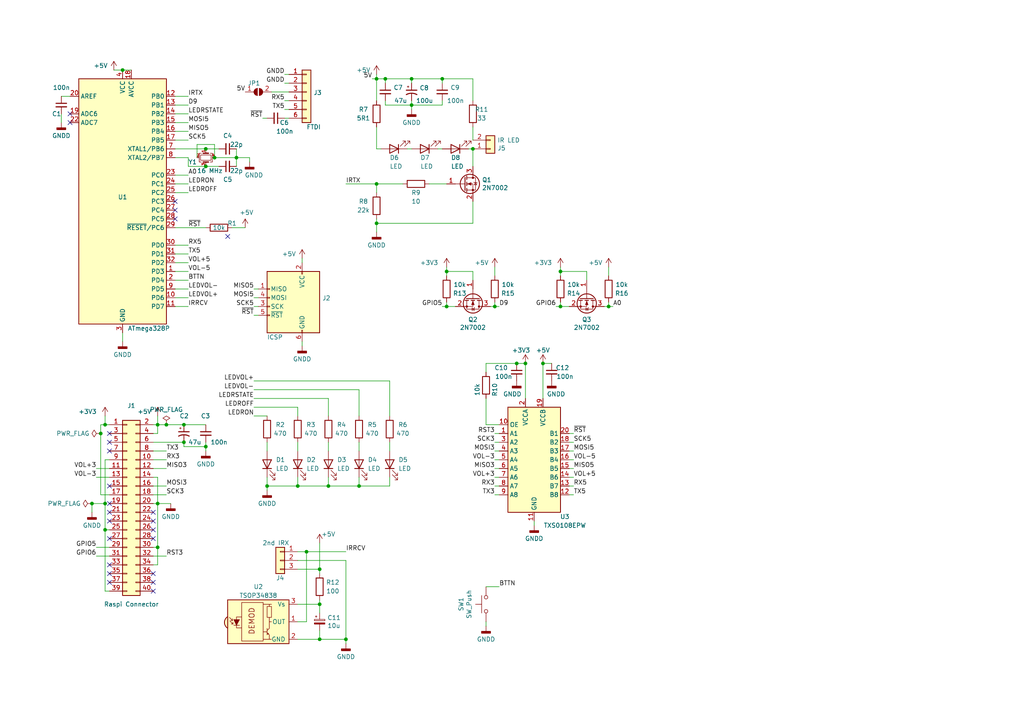
<source format=kicad_sch>
(kicad_sch (version 20230121) (generator eeschema)
  (paper "A4")
  (lib_symbols
    (symbol "Connector:AVR-ISP-6" (pin_names (offset 1.016))
      (property "Reference" "J" (at -6.35 11.43 0))
      (property "Value" "AVR-ISP-6" (at 0 11.43 0))
      (symbol "AVR-ISP-6_1_1"
        (pin passive line (at 10.16 5.08 180) (length 2.54) (name "MISO") (number "1"))
        (pin passive line (at -2.54 12.7 270) (length 2.54) (name "VCC") (number "2"))
        (pin passive line (at 10.16 0 180) (length 2.54) (name "SCK") (number "3"))
        (pin passive line (at 10.16 2.54 180) (length 2.54) (name "MOSI") (number "4"))
        (pin passive line (at 10.16 -2.54 180) (length 2.54) (name "~{RST}") (number "5"))
        (pin passive line (at -2.54 -10.16 90) (length 2.54) (name "GND") (number "6"))
      )
    )
    (symbol "Connector_Generic:Conn_01x02" (pin_names (offset 1.016) hide)
      (property "Reference" "J" (at 0 2.54 0))
      (property "Value" "Conn_01x02" (at 0 -5.08 0))
      (symbol "Conn_01x02_1_1"
        (pin passive line (at -5.08 0 0) (length 3.81) (name "Pin_1") (number "1"))
        (pin passive line (at -5.08 -2.54 0) (length 3.81) (name "Pin_2") (number "2"))
      )
    )
    (symbol "Connector_Generic:Conn_01x03" (pin_names (offset 1.016) hide)
      (property "Reference" "J" (at 0 5.08 0))
      (property "Value" "Conn_01x03" (at 0 -5.08 0))
      (symbol "Conn_01x03_1_1"
        (pin passive line (at -5.08 2.54 0) (length 3.81) (name "Pin_1") (number "1"))
        (pin passive line (at -5.08 0 0) (length 3.81) (name "Pin_2") (number "2"))
        (pin passive line (at -5.08 -2.54 0) (length 3.81) (name "Pin_3") (number "3"))
      )
    )
    (symbol "Connector_Generic:Conn_01x06" (pin_names (offset 1.016) hide)
      (property "Reference" "J" (at 0 7.62 0))
      (property "Value" "Conn_01x06" (at 0 -10.16 0))
      (symbol "Conn_01x06_1_1"
        (pin passive line (at -5.08 5.08 0) (length 3.81) (name "Pin_1") (number "1"))
        (pin passive line (at -5.08 2.54 0) (length 3.81) (name "Pin_2") (number "2"))
        (pin passive line (at -5.08 0 0) (length 3.81) (name "Pin_3") (number "3"))
        (pin passive line (at -5.08 -2.54 0) (length 3.81) (name "Pin_4") (number "4"))
        (pin passive line (at -5.08 -5.08 0) (length 3.81) (name "Pin_5") (number "5"))
        (pin passive line (at -5.08 -7.62 0) (length 3.81) (name "Pin_6") (number "6"))
      )
    )
    (symbol "Connector_Generic:Conn_02x20_Odd_Even" (pin_names (offset 1.016) hide)
      (property "Reference" "J" (at 1.27 25.4 0))
      (property "Value" "Conn_02x20_Odd_Even" (at 1.27 -27.94 0))
      (symbol "Conn_02x20_Odd_Even_1_1"
        (pin passive line (at -5.08 22.86 0) (length 3.81) (name "Pin_1") (number "1"))
        (pin passive line (at 7.62 12.7 180) (length 3.81) (name "Pin_10") (number "10"))
        (pin passive line (at -5.08 10.16 0) (length 3.81) (name "Pin_11") (number "11"))
        (pin passive line (at 7.62 10.16 180) (length 3.81) (name "Pin_12") (number "12"))
        (pin passive line (at -5.08 7.62 0) (length 3.81) (name "Pin_13") (number "13"))
        (pin passive line (at 7.62 7.62 180) (length 3.81) (name "Pin_14") (number "14"))
        (pin passive line (at -5.08 5.08 0) (length 3.81) (name "Pin_15") (number "15"))
        (pin passive line (at 7.62 5.08 180) (length 3.81) (name "Pin_16") (number "16"))
        (pin passive line (at -5.08 2.54 0) (length 3.81) (name "Pin_17") (number "17"))
        (pin passive line (at 7.62 2.54 180) (length 3.81) (name "Pin_18") (number "18"))
        (pin passive line (at -5.08 0 0) (length 3.81) (name "Pin_19") (number "19"))
        (pin passive line (at 7.62 22.86 180) (length 3.81) (name "Pin_2") (number "2"))
        (pin passive line (at 7.62 0 180) (length 3.81) (name "Pin_20") (number "20"))
        (pin passive line (at -5.08 -2.54 0) (length 3.81) (name "Pin_21") (number "21"))
        (pin passive line (at 7.62 -2.54 180) (length 3.81) (name "Pin_22") (number "22"))
        (pin passive line (at -5.08 -5.08 0) (length 3.81) (name "Pin_23") (number "23"))
        (pin passive line (at 7.62 -5.08 180) (length 3.81) (name "Pin_24") (number "24"))
        (pin passive line (at -5.08 -7.62 0) (length 3.81) (name "Pin_25") (number "25"))
        (pin passive line (at 7.62 -7.62 180) (length 3.81) (name "Pin_26") (number "26"))
        (pin passive line (at -5.08 -10.16 0) (length 3.81) (name "Pin_27") (number "27"))
        (pin passive line (at 7.62 -10.16 180) (length 3.81) (name "Pin_28") (number "28"))
        (pin passive line (at -5.08 -12.7 0) (length 3.81) (name "Pin_29") (number "29"))
        (pin passive line (at -5.08 20.32 0) (length 3.81) (name "Pin_3") (number "3"))
        (pin passive line (at 7.62 -12.7 180) (length 3.81) (name "Pin_30") (number "30"))
        (pin passive line (at -5.08 -15.24 0) (length 3.81) (name "Pin_31") (number "31"))
        (pin passive line (at 7.62 -15.24 180) (length 3.81) (name "Pin_32") (number "32"))
        (pin passive line (at -5.08 -17.78 0) (length 3.81) (name "Pin_33") (number "33"))
        (pin passive line (at 7.62 -17.78 180) (length 3.81) (name "Pin_34") (number "34"))
        (pin passive line (at -5.08 -20.32 0) (length 3.81) (name "Pin_35") (number "35"))
        (pin passive line (at 7.62 -20.32 180) (length 3.81) (name "Pin_36") (number "36"))
        (pin passive line (at -5.08 -22.86 0) (length 3.81) (name "Pin_37") (number "37"))
        (pin passive line (at 7.62 -22.86 180) (length 3.81) (name "Pin_38") (number "38"))
        (pin passive line (at -5.08 -25.4 0) (length 3.81) (name "Pin_39") (number "39"))
        (pin passive line (at 7.62 20.32 180) (length 3.81) (name "Pin_4") (number "4"))
        (pin passive line (at 7.62 -25.4 180) (length 3.81) (name "Pin_40") (number "40"))
        (pin passive line (at -5.08 17.78 0) (length 3.81) (name "Pin_5") (number "5"))
        (pin passive line (at 7.62 17.78 180) (length 3.81) (name "Pin_6") (number "6"))
        (pin passive line (at -5.08 15.24 0) (length 3.81) (name "Pin_7") (number "7"))
        (pin passive line (at 7.62 15.24 180) (length 3.81) (name "Pin_8") (number "8"))
        (pin passive line (at -5.08 12.7 0) (length 3.81) (name "Pin_9") (number "9"))
      )
    )
    (symbol "Device:C_Small" (pin_numbers hide) (pin_names (offset 0.254) hide)
      (property "Reference" "C" (at 0.254 1.778 0))
      (property "Value" "C_Small" (at 0.254 -2.032 0))
      (symbol "C_Small_1_1"
        (pin passive line (at 0 2.54 270) (length 2.032) (name "~") (number "1"))
        (pin passive line (at 0 -2.54 90) (length 2.032) (name "~") (number "2"))
      )
    )
    (symbol "Device:Crystal_GND24_Small" (pin_names (offset 1.016) hide)
      (property "Reference" "Y" (at 1.27 4.445 0))
      (property "Value" "Crystal_GND24_Small" (at 1.27 2.54 0))
      (symbol "Crystal_GND24_Small_1_1"
        (pin passive line (at -2.54 0 0) (length 1.27) (name "1") (number "1"))
        (pin passive line (at 0 -2.54 90) (length 0.635) (name "2") (number "2"))
        (pin passive line (at 2.54 0 180) (length 1.27) (name "3") (number "3"))
        (pin passive line (at 0 2.54 270) (length 0.635) (name "4") (number "4"))
      )
    )
    (symbol "Device:LED" (pin_numbers hide) (pin_names (offset 1.016) hide)
      (property "Reference" "D" (at 0 2.54 0))
      (property "Value" "LED" (at 0 -2.54 0))
      (symbol "LED_1_1"
        (pin passive line (at -3.81 0 0) (length 2.54) (name "K") (number "1"))
        (pin passive line (at 3.81 0 180) (length 2.54) (name "A") (number "2"))
      )
    )
    (symbol "Device:R" (pin_numbers hide) (pin_names (offset 0))
      (property "Reference" "R" (at 2.032 0 90))
      (property "Value" "R" (at 0 0 90))
      (symbol "R_1_1"
        (pin passive line (at 0 3.81 270) (length 1.27) (name "~") (number "1"))
        (pin passive line (at 0 -3.81 90) (length 1.27) (name "~") (number "2"))
      )
    )
    (symbol "Interface_Optical:TSOP348xx" (pin_names (offset 1.016))
      (property "Reference" "U" (at -10.16 7.62 0))
      (property "Value" "TSOP348xx" (at -10.16 -7.62 0))
      (symbol "TSOP348xx_0_0"
        (text "DEMOD" (at -3.175 0.254 900) (effects (font (size 1.524 1.524))))
      )
      (symbol "TSOP348xx_1_1"
        (pin output line (at 10.16 0 180) (length 2.54) (name "OUT") (number "1"))
        (pin power_in line (at 10.16 -5.08 180) (length 2.54) (name "GND") (number "2"))
        (pin power_in line (at 10.16 5.08 180) (length 2.54) (name "Vs") (number "3"))
      )
    )
    (symbol "Jumper:SolderJumper_2_Open" (pin_names (offset 0) hide)
      (property "Reference" "JP" (at 0 2.032 0))
      (property "Value" "SolderJumper_2_Open" (at 0 -2.54 0))
      (symbol "SolderJumper_2_Open_1_1"
        (pin passive line (at -3.81 0 0) (length 2.54) (name "A") (number "1"))
        (pin passive line (at 3.81 0 180) (length 2.54) (name "B") (number "2"))
      )
    )
    (symbol "Logic_LevelTranslator:TXS0108EPW"
      (property "Reference" "U" (at -6.35 16.51 0))
      (property "Value" "TXS0108EPW" (at 3.81 16.51 0))
      (symbol "TXS0108EPW_1_1"
        (pin bidirectional line (at -10.16 7.62 0) (length 2.54) (name "A1") (number "1"))
        (pin input line (at -10.16 10.16 0) (length 2.54) (name "OE") (number "10"))
        (pin power_in line (at 0 -17.78 90) (length 2.54) (name "GND") (number "11"))
        (pin bidirectional line (at 10.16 -10.16 180) (length 2.54) (name "B8") (number "12"))
        (pin bidirectional line (at 10.16 -7.62 180) (length 2.54) (name "B7") (number "13"))
        (pin bidirectional line (at 10.16 -5.08 180) (length 2.54) (name "B6") (number "14"))
        (pin bidirectional line (at 10.16 -2.54 180) (length 2.54) (name "B5") (number "15"))
        (pin bidirectional line (at 10.16 0 180) (length 2.54) (name "B4") (number "16"))
        (pin bidirectional line (at 10.16 2.54 180) (length 2.54) (name "B3") (number "17"))
        (pin bidirectional line (at 10.16 5.08 180) (length 2.54) (name "B2") (number "18"))
        (pin power_in line (at 2.54 17.78 270) (length 2.54) (name "VCCB") (number "19"))
        (pin power_in line (at -2.54 17.78 270) (length 2.54) (name "VCCA") (number "2"))
        (pin bidirectional line (at 10.16 7.62 180) (length 2.54) (name "B1") (number "20"))
        (pin bidirectional line (at -10.16 5.08 0) (length 2.54) (name "A2") (number "3"))
        (pin bidirectional line (at -10.16 2.54 0) (length 2.54) (name "A3") (number "4"))
        (pin bidirectional line (at -10.16 0 0) (length 2.54) (name "A4") (number "5"))
        (pin bidirectional line (at -10.16 -2.54 0) (length 2.54) (name "A5") (number "6"))
        (pin bidirectional line (at -10.16 -5.08 0) (length 2.54) (name "A6") (number "7"))
        (pin bidirectional line (at -10.16 -7.62 0) (length 2.54) (name "A7") (number "8"))
        (pin bidirectional line (at -10.16 -10.16 0) (length 2.54) (name "A8") (number "9"))
      )
    )
    (symbol "Switch:SW_Push" (pin_numbers hide) (pin_names (offset 1.016) hide)
      (property "Reference" "SW" (at 1.27 2.54 0))
      (property "Value" "SW_Push" (at 0 -1.524 0))
      (symbol "SW_Push_0_1"
        (pin passive line (at -5.08 0 0) (length 2.54) (name "1") (number "1"))
        (pin passive line (at 5.08 0 180) (length 2.54) (name "2") (number "2"))
      )
    )
    (symbol "Transistor_FET:2N7002" (pin_names hide)
      (property "Reference" "Q" (at 5.08 1.905 0))
      (property "Value" "2N7002" (at 5.08 0 0))
      (symbol "2N7002_1_1"
        (pin input line (at -5.08 0 0) (length 2.54) (name "G") (number "1"))
        (pin passive line (at 2.54 -5.08 90) (length 2.54) (name "S") (number "2"))
        (pin passive line (at 2.54 5.08 270) (length 2.54) (name "D") (number "3"))
      )
    )
    (symbol "power:+5V" (power) (pin_names (offset 0))
      (property "Value" "+5V" (at 0 3.556 0))
      (symbol "+5V_1_1"
        (pin power_in line (at 0 0 90) (length 0) hide (name "+5V") (number "1"))
      )
    )
    (symbol "power:GNDD" (power) (pin_names (offset 0))
      (property "Value" "GNDD" (at 0 -3.175 0))
      (symbol "GNDD_1_1"
        (pin power_in line (at 0 0 270) (length 0) hide (name "GNDD") (number "1"))
      )
    )
    (symbol "power:PWR_FLAG" (power) (pin_numbers hide) (pin_names (offset 0) hide)
      (property "Value" "PWR_FLAG" (at 0 3.81 0))
      (symbol "PWR_FLAG_0_0"
        (pin power_out line (at 0 0 90) (length 0) (name "pwr") (number "1"))
      )
    )
    (symbol "roodialino-rescue:+3.3V-power" (power) (pin_names (offset 0))
      (property "Value" "+3.3V-power" (at 0 3.556 0))
      (symbol "+3.3V-power_1_1"
        (pin power_in line (at 0 0 90) (length 0) hide (name "+3V3") (number "1"))
      )
    )
    (symbol "roodialino-rescue:ATmega328P-AU-MCU_Microchip_ATmega"
      (property "Reference" "U" (at -12.7 36.83 0))
      (property "Value" "MCU_Microchip_ATmega_ATmega328P-AU" (at 2.54 -36.83 0))
      (symbol "ATmega328P-AU-MCU_Microchip_ATmega_1_1"
        (pin bidirectional line (at 15.24 -20.32 180) (length 2.54) (name "PD3") (number "1"))
        (pin bidirectional line (at 15.24 -27.94 180) (length 2.54) (name "PD6") (number "10"))
        (pin bidirectional line (at 15.24 -30.48 180) (length 2.54) (name "PD7") (number "11"))
        (pin bidirectional line (at 15.24 30.48 180) (length 2.54) (name "PB0") (number "12"))
        (pin bidirectional line (at 15.24 27.94 180) (length 2.54) (name "PB1") (number "13"))
        (pin bidirectional line (at 15.24 25.4 180) (length 2.54) (name "PB2") (number "14"))
        (pin bidirectional line (at 15.24 22.86 180) (length 2.54) (name "PB3") (number "15"))
        (pin bidirectional line (at 15.24 20.32 180) (length 2.54) (name "PB4") (number "16"))
        (pin bidirectional line (at 15.24 17.78 180) (length 2.54) (name "PB5") (number "17"))
        (pin power_in line (at 2.54 38.1 270) (length 2.54) (name "AVCC") (number "18"))
        (pin input line (at -15.24 25.4 0) (length 2.54) (name "ADC6") (number "19"))
        (pin bidirectional line (at 15.24 -22.86 180) (length 2.54) (name "PD4") (number "2"))
        (pin passive line (at -15.24 30.48 0) (length 2.54) (name "AREF") (number "20"))
        (pin passive line (at 0 -38.1 90) (length 2.54) hide (name "GND") (number "21"))
        (pin input line (at -15.24 22.86 0) (length 2.54) (name "ADC7") (number "22"))
        (pin bidirectional line (at 15.24 7.62 180) (length 2.54) (name "PC0") (number "23"))
        (pin bidirectional line (at 15.24 5.08 180) (length 2.54) (name "PC1") (number "24"))
        (pin bidirectional line (at 15.24 2.54 180) (length 2.54) (name "PC2") (number "25"))
        (pin bidirectional line (at 15.24 0 180) (length 2.54) (name "PC3") (number "26"))
        (pin bidirectional line (at 15.24 -2.54 180) (length 2.54) (name "PC4") (number "27"))
        (pin bidirectional line (at 15.24 -5.08 180) (length 2.54) (name "PC5") (number "28"))
        (pin bidirectional line (at 15.24 -7.62 180) (length 2.54) (name "~{RESET}/PC6") (number "29"))
        (pin power_in line (at 0 -38.1 90) (length 2.54) (name "GND") (number "3"))
        (pin bidirectional line (at 15.24 -12.7 180) (length 2.54) (name "PD0") (number "30"))
        (pin bidirectional line (at 15.24 -15.24 180) (length 2.54) (name "PD1") (number "31"))
        (pin bidirectional line (at 15.24 -17.78 180) (length 2.54) (name "PD2") (number "32"))
        (pin power_in line (at 0 38.1 270) (length 2.54) (name "VCC") (number "4"))
        (pin passive line (at 0 -38.1 90) (length 2.54) hide (name "GND") (number "5"))
        (pin passive line (at 0 38.1 270) (length 2.54) hide (name "VCC") (number "6"))
        (pin bidirectional line (at 15.24 15.24 180) (length 2.54) (name "XTAL1/PB6") (number "7"))
        (pin bidirectional line (at 15.24 12.7 180) (length 2.54) (name "XTAL2/PB7") (number "8"))
        (pin bidirectional line (at 15.24 -25.4 180) (length 2.54) (name "PD5") (number "9"))
      )
    )
    (symbol "roodialino-rescue:CP1_Small-Device" (pin_numbers hide) (pin_names (offset 0.254) hide)
      (property "Reference" "C" (at 0.254 1.778 0))
      (property "Value" "Device_CP1_Small" (at 0.254 -2.032 0))
      (symbol "CP1_Small-Device_1_1"
        (pin passive line (at 0 2.54 270) (length 2.032) (name "~") (number "1"))
        (pin passive line (at 0 -2.54 90) (length 2.032) (name "~") (number "2"))
      )
    )
    (symbol "roodialino-rescue:CP_Small-Device" (pin_numbers hide) (pin_names (offset 0.254) hide)
      (property "Reference" "C" (at 0.254 1.778 0))
      (property "Value" "Device_CP_Small" (at 0.254 -2.032 0))
      (symbol "CP_Small-Device_1_1"
        (pin passive line (at 0 2.54 270) (length 1.8542) (name "~") (number "1"))
        (pin passive line (at 0 -2.54 90) (length 1.8542) (name "~") (number "2"))
      )
    )
  )
  (junction (at 128.27 22.86))
  (junction (at 119.38 30.48))
  (junction (at 149.86 105.41))
  (junction (at 129.54 88.9))
  (junction (at 95.25 140.97))
  (junction (at 143.51 88.9))
  (junction (at 62.23 45.72))
  (junction (at 59.69 129.54))
  (junction (at 59.69 48.26))
  (junction (at 45.72 146.05))
  (junction (at 53.34 123.19))
  (junction (at 30.48 153.67))
  (junction (at 48.26 123.19))
  (junction (at 109.22 22.86))
  (junction (at 109.22 64.77))
  (junction (at 176.53 88.9))
  (junction (at 45.72 158.75))
  (junction (at 109.22 53.34))
  (junction (at 86.36 140.97))
  (junction (at 152.4 105.41))
  (junction (at 29.21 125.73))
  (junction (at 137.16 43.18))
  (junction (at 92.71 165.1))
  (junction (at 59.69 43.18))
  (junction (at 53.34 128.27))
  (junction (at 77.47 140.97))
  (junction (at 119.38 22.86))
  (junction (at 104.14 140.97))
  (junction (at 162.56 88.9))
  (junction (at 30.48 146.05))
  (junction (at 100.33 185.42))
  (junction (at 26.67 146.05))
  (junction (at 35.56 20.32))
  (junction (at 111.76 22.86))
  (junction (at 68.58 45.72))
  (junction (at 45.72 123.19))
  (junction (at 88.9 160.02))
  (junction (at 162.56 78.74))
  (junction (at 30.48 123.19))
  (junction (at 129.54 78.74))
  (junction (at 157.48 105.41))
  (junction (at 92.71 175.26))
  (junction (at 92.71 185.42))
  (no_connect (at 44.45 148.59))
  (no_connect (at 31.75 140.97))
  (no_connect (at 31.75 146.05))
  (no_connect (at 44.45 151.13))
  (no_connect (at 44.45 166.37))
  (no_connect (at 20.32 35.56))
  (no_connect (at 31.75 156.21))
  (no_connect (at 44.45 156.21))
  (no_connect (at 31.75 148.59))
  (no_connect (at 20.32 33.02))
  (no_connect (at 50.8 60.96))
  (no_connect (at 66.04 68.58))
  (no_connect (at 44.45 171.45))
  (no_connect (at 31.75 130.81))
  (no_connect (at 44.45 153.67))
  (no_connect (at 44.45 168.91))
  (no_connect (at 31.75 128.27))
  (no_connect (at 50.8 63.5))
  (no_connect (at 50.8 58.42))
  (no_connect (at 31.75 166.37))
  (no_connect (at 31.75 151.13))
  (no_connect (at 31.75 125.73))
  (no_connect (at 31.75 163.83))
  (no_connect (at 31.75 168.91))
  (wire (pts (xy 165.1 140.97) (xy 166.37 140.97)))
  (wire (pts (xy 44.45 123.19) (xy 45.72 123.19)))
  (wire (pts (xy 111.76 30.48) (xy 119.38 30.48)))
  (wire (pts (xy 129.54 78.74) (xy 129.54 77.47)))
  (wire (pts (xy 50.8 86.36) (xy 54.61 86.36)))
  (wire (pts (xy 100.33 53.34) (xy 109.22 53.34)))
  (wire (pts (xy 45.72 146.05) (xy 44.45 146.05)))
  (wire (pts (xy 27.94 161.29) (xy 31.75 161.29)))
  (wire (pts (xy 31.75 153.67) (xy 30.48 153.67)))
  (wire (pts (xy 86.36 138.43) (xy 86.36 140.97)))
  (wire (pts (xy 111.76 29.21) (xy 111.76 30.48)))
  (wire (pts (xy 29.21 125.73) (xy 29.21 123.19)))
  (wire (pts (xy 165.1 125.73) (xy 166.37 125.73)))
  (wire (pts (xy 144.78 135.89) (xy 143.51 135.89)))
  (wire (pts (xy 95.25 128.27) (xy 95.25 130.81)))
  (wire (pts (xy 59.69 48.26) (xy 63.5 48.26)))
  (wire (pts (xy 86.36 140.97) (xy 77.47 140.97)))
  (wire (pts (xy 48.26 140.97) (xy 44.45 140.97)))
  (wire (pts (xy 162.56 78.74) (xy 162.56 77.47)))
  (wire (pts (xy 44.45 125.73) (xy 45.72 125.73)))
  (wire (pts (xy 129.54 88.9) (xy 128.27 88.9)))
  (wire (pts (xy 128.27 22.86) (xy 137.16 22.86)))
  (wire (pts (xy 17.78 27.94) (xy 20.32 27.94)))
  (wire (pts (xy 86.36 175.26) (xy 92.71 175.26)))
  (wire (pts (xy 104.14 138.43) (xy 104.14 140.97)))
  (wire (pts (xy 86.36 118.11) (xy 86.36 120.65)))
  (wire (pts (xy 30.48 146.05) (xy 30.48 153.67)))
  (wire (pts (xy 137.16 40.64) (xy 137.16 36.83)))
  (wire (pts (xy 165.1 135.89) (xy 166.37 135.89)))
  (wire (pts (xy 78.74 26.67) (xy 83.82 26.67)))
  (wire (pts (xy 143.51 77.47) (xy 143.51 80.01)))
  (wire (pts (xy 27.94 135.89) (xy 31.75 135.89)))
  (wire (pts (xy 50.8 66.04) (xy 59.69 66.04)))
  (wire (pts (xy 82.55 34.29) (xy 83.82 34.29)))
  (wire (pts (xy 86.36 160.02) (xy 88.9 160.02)))
  (wire (pts (xy 127 43.18) (xy 128.27 43.18)))
  (wire (pts (xy 109.22 22.86) (xy 111.76 22.86)))
  (wire (pts (xy 54.61 48.26) (xy 59.69 48.26)))
  (wire (pts (xy 160.02 105.41) (xy 157.48 105.41)))
  (wire (pts (xy 109.22 43.18) (xy 110.49 43.18)))
  (wire (pts (xy 73.66 86.36) (xy 74.93 86.36)))
  (wire (pts (xy 95.25 140.97) (xy 86.36 140.97)))
  (wire (pts (xy 30.48 171.45) (xy 31.75 171.45)))
  (wire (pts (xy 27.94 138.43) (xy 31.75 138.43)))
  (wire (pts (xy 92.71 185.42) (xy 100.33 185.42)))
  (wire (pts (xy 50.8 53.34) (xy 54.61 53.34)))
  (wire (pts (xy 59.69 123.19) (xy 53.34 123.19)))
  (wire (pts (xy 50.8 45.72) (xy 54.61 45.72)))
  (wire (pts (xy 50.8 35.56) (xy 54.61 35.56)))
  (wire (pts (xy 48.26 123.19) (xy 53.34 123.19)))
  (wire (pts (xy 27.94 158.75) (xy 31.75 158.75)))
  (wire (pts (xy 124.46 53.34) (xy 129.54 53.34)))
  (wire (pts (xy 73.66 91.44) (xy 74.93 91.44)))
  (wire (pts (xy 31.75 143.51) (xy 29.21 143.51)))
  (wire (pts (xy 44.45 128.27) (xy 53.34 128.27)))
  (wire (pts (xy 119.38 22.86) (xy 128.27 22.86)))
  (wire (pts (xy 144.78 133.35) (xy 143.51 133.35)))
  (wire (pts (xy 82.55 24.13) (xy 83.82 24.13)))
  (wire (pts (xy 144.78 128.27) (xy 143.51 128.27)))
  (wire (pts (xy 149.86 105.41) (xy 152.4 105.41)))
  (wire (pts (xy 50.8 55.88) (xy 54.61 55.88)))
  (wire (pts (xy 50.8 27.94) (xy 54.61 27.94)))
  (wire (pts (xy 67.31 66.04) (xy 71.12 66.04)))
  (wire (pts (xy 109.22 63.5) (xy 109.22 64.77)))
  (wire (pts (xy 176.53 77.47) (xy 176.53 80.01)))
  (wire (pts (xy 175.26 88.9) (xy 176.53 88.9)))
  (wire (pts (xy 165.1 143.51) (xy 166.37 143.51)))
  (wire (pts (xy 50.8 43.18) (xy 59.69 43.18)))
  (wire (pts (xy 29.21 123.19) (xy 30.48 123.19)))
  (wire (pts (xy 44.45 138.43) (xy 45.72 138.43)))
  (wire (pts (xy 73.66 83.82) (xy 74.93 83.82)))
  (wire (pts (xy 50.8 50.8) (xy 54.61 50.8)))
  (wire (pts (xy 50.8 76.2) (xy 54.61 76.2)))
  (wire (pts (xy 165.1 130.81) (xy 166.37 130.81)))
  (wire (pts (xy 128.27 29.21) (xy 128.27 30.48)))
  (wire (pts (xy 59.69 129.54) (xy 53.34 129.54)))
  (wire (pts (xy 82.55 29.21) (xy 83.82 29.21)))
  (wire (pts (xy 73.66 118.11) (xy 86.36 118.11)))
  (wire (pts (xy 45.72 125.73) (xy 45.72 123.19)))
  (wire (pts (xy 140.97 105.41) (xy 149.86 105.41)))
  (wire (pts (xy 144.78 140.97) (xy 143.51 140.97)))
  (wire (pts (xy 77.47 128.27) (xy 77.47 130.81)))
  (wire (pts (xy 45.72 120.65) (xy 45.72 123.19)))
  (wire (pts (xy 142.24 88.9) (xy 143.51 88.9)))
  (wire (pts (xy 95.25 115.57) (xy 95.25 120.65)))
  (wire (pts (xy 137.16 78.74) (xy 137.16 81.28)))
  (wire (pts (xy 140.97 107.95) (xy 140.97 105.41)))
  (wire (pts (xy 68.58 45.72) (xy 62.23 45.72)))
  (wire (pts (xy 86.36 128.27) (xy 86.36 130.81)))
  (wire (pts (xy 109.22 64.77) (xy 137.16 64.77)))
  (wire (pts (xy 144.78 125.73) (xy 143.51 125.73)))
  (wire (pts (xy 157.48 105.41) (xy 157.48 115.57)))
  (wire (pts (xy 30.48 153.67) (xy 30.48 171.45)))
  (wire (pts (xy 48.26 135.89) (xy 44.45 135.89)))
  (wire (pts (xy 82.55 21.59) (xy 83.82 21.59)))
  (wire (pts (xy 50.8 38.1) (xy 54.61 38.1)))
  (wire (pts (xy 132.08 88.9) (xy 129.54 88.9)))
  (wire (pts (xy 162.56 78.74) (xy 170.18 78.74)))
  (wire (pts (xy 26.67 148.59) (xy 26.67 146.05)))
  (wire (pts (xy 165.1 128.27) (xy 166.37 128.27)))
  (wire (pts (xy 44.45 161.29) (xy 48.26 161.29)))
  (wire (pts (xy 77.47 140.97) (xy 77.47 142.24)))
  (wire (pts (xy 59.69 43.18) (xy 63.5 43.18)))
  (wire (pts (xy 88.9 160.02) (xy 100.33 160.02)))
  (wire (pts (xy 119.38 30.48) (xy 119.38 31.75)))
  (wire (pts (xy 68.58 45.72) (xy 72.39 45.72)))
  (wire (pts (xy 109.22 22.86) (xy 107.95 22.86)))
  (wire (pts (xy 50.8 73.66) (xy 54.61 73.66)))
  (wire (pts (xy 29.21 143.51) (xy 29.21 125.73)))
  (wire (pts (xy 50.8 88.9) (xy 54.61 88.9)))
  (wire (pts (xy 86.36 162.56) (xy 100.33 162.56)))
  (wire (pts (xy 104.14 113.03) (xy 104.14 120.65)))
  (wire (pts (xy 88.9 160.02) (xy 88.9 180.34)))
  (wire (pts (xy 128.27 30.48) (xy 119.38 30.48)))
  (wire (pts (xy 30.48 123.19) (xy 31.75 123.19)))
  (wire (pts (xy 162.56 80.01) (xy 162.56 78.74)))
  (wire (pts (xy 143.51 88.9) (xy 144.78 88.9)))
  (wire (pts (xy 165.1 138.43) (xy 166.37 138.43)))
  (wire (pts (xy 119.38 29.21) (xy 119.38 30.48)))
  (wire (pts (xy 48.26 143.51) (xy 44.45 143.51)))
  (wire (pts (xy 50.8 78.74) (xy 54.61 78.74)))
  (wire (pts (xy 45.72 146.05) (xy 49.53 146.05)))
  (wire (pts (xy 53.34 129.54) (xy 53.34 128.27)))
  (wire (pts (xy 92.71 177.8) (xy 92.71 175.26)))
  (wire (pts (xy 111.76 24.13) (xy 111.76 22.86)))
  (wire (pts (xy 137.16 43.18) (xy 137.16 48.26)))
  (wire (pts (xy 62.23 41.91) (xy 62.23 45.72)))
  (wire (pts (xy 73.66 88.9) (xy 74.93 88.9)))
  (wire (pts (xy 50.8 71.12) (xy 54.61 71.12)))
  (wire (pts (xy 92.71 157.48) (xy 92.71 165.1)))
  (wire (pts (xy 86.36 185.42) (xy 92.71 185.42)))
  (wire (pts (xy 92.71 175.26) (xy 92.71 173.99)))
  (wire (pts (xy 87.63 74.93) (xy 87.63 76.2)))
  (wire (pts (xy 109.22 29.21) (xy 109.22 22.86)))
  (wire (pts (xy 50.8 83.82) (xy 54.61 83.82)))
  (wire (pts (xy 144.78 143.51) (xy 143.51 143.51)))
  (wire (pts (xy 140.97 123.19) (xy 140.97 115.57)))
  (wire (pts (xy 45.72 138.43) (xy 45.72 146.05)))
  (wire (pts (xy 72.39 46.99) (xy 72.39 45.72)))
  (wire (pts (xy 111.76 22.86) (xy 119.38 22.86)))
  (wire (pts (xy 162.56 88.9) (xy 161.29 88.9)))
  (wire (pts (xy 87.63 99.06) (xy 87.63 100.33)))
  (wire (pts (xy 176.53 88.9) (xy 177.8 88.9)))
  (wire (pts (xy 109.22 64.77) (xy 109.22 67.31)))
  (wire (pts (xy 137.16 64.77) (xy 137.16 58.42)))
  (wire (pts (xy 30.48 120.65) (xy 30.48 123.19)))
  (wire (pts (xy 59.69 128.27) (xy 59.69 129.54)))
  (wire (pts (xy 144.78 123.19) (xy 140.97 123.19)))
  (wire (pts (xy 86.36 180.34) (xy 88.9 180.34)))
  (wire (pts (xy 162.56 88.9) (xy 162.56 87.63)))
  (wire (pts (xy 144.78 130.81) (xy 143.51 130.81)))
  (wire (pts (xy 82.55 31.75) (xy 83.82 31.75)))
  (wire (pts (xy 100.33 162.56) (xy 100.33 185.42)))
  (wire (pts (xy 44.45 130.81) (xy 48.26 130.81)))
  (wire (pts (xy 113.03 140.97) (xy 104.14 140.97)))
  (wire (pts (xy 154.94 151.13) (xy 154.94 152.4)))
  (wire (pts (xy 45.72 123.19) (xy 48.26 123.19)))
  (wire (pts (xy 44.45 133.35) (xy 48.26 133.35)))
  (wire (pts (xy 50.8 30.48) (xy 54.61 30.48)))
  (wire (pts (xy 113.03 110.49) (xy 113.03 120.65)))
  (wire (pts (xy 35.56 20.32) (xy 33.02 20.32)))
  (wire (pts (xy 35.56 96.52) (xy 35.56 99.06)))
  (wire (pts (xy 143.51 88.9) (xy 143.51 87.63)))
  (wire (pts (xy 104.14 128.27) (xy 104.14 130.81)))
  (wire (pts (xy 57.15 41.91) (xy 62.23 41.91)))
  (wire (pts (xy 31.75 133.35) (xy 30.48 133.35)))
  (wire (pts (xy 109.22 22.86) (xy 109.22 21.59)))
  (wire (pts (xy 113.03 128.27) (xy 113.03 130.81)))
  (wire (pts (xy 68.58 45.72) (xy 68.58 48.26)))
  (wire (pts (xy 73.66 113.03) (xy 104.14 113.03)))
  (wire (pts (xy 50.8 33.02) (xy 54.61 33.02)))
  (wire (pts (xy 45.72 163.83) (xy 45.72 158.75)))
  (wire (pts (xy 140.97 170.18) (xy 144.78 170.18)))
  (wire (pts (xy 119.38 22.86) (xy 119.38 24.13)))
  (wire (pts (xy 76.2 34.29) (xy 77.47 34.29)))
  (wire (pts (xy 57.15 45.72) (xy 57.15 41.91)))
  (wire (pts (xy 50.8 40.64) (xy 54.61 40.64)))
  (wire (pts (xy 109.22 36.83) (xy 109.22 43.18)))
  (wire (pts (xy 104.14 140.97) (xy 95.25 140.97)))
  (wire (pts (xy 165.1 133.35) (xy 166.37 133.35)))
  (wire (pts (xy 35.56 20.32) (xy 38.1 20.32)))
  (wire (pts (xy 54.61 45.72) (xy 54.61 48.26)))
  (wire (pts (xy 118.11 43.18) (xy 119.38 43.18)))
  (wire (pts (xy 176.53 88.9) (xy 176.53 87.63)))
  (wire (pts (xy 152.4 105.41) (xy 152.4 115.57)))
  (wire (pts (xy 144.78 138.43) (xy 143.51 138.43)))
  (wire (pts (xy 137.16 22.86) (xy 137.16 29.21)))
  (wire (pts (xy 59.69 129.54) (xy 59.69 130.81)))
  (wire (pts (xy 73.66 110.49) (xy 113.03 110.49)))
  (wire (pts (xy 26.67 146.05) (xy 30.48 146.05)))
  (wire (pts (xy 92.71 165.1) (xy 92.71 166.37)))
  (wire (pts (xy 129.54 78.74) (xy 137.16 78.74)))
  (wire (pts (xy 109.22 53.34) (xy 116.84 53.34)))
  (wire (pts (xy 170.18 78.74) (xy 170.18 81.28)))
  (wire (pts (xy 129.54 80.01) (xy 129.54 78.74)))
  (wire (pts (xy 113.03 138.43) (xy 113.03 140.97)))
  (wire (pts (xy 68.58 43.18) (xy 68.58 45.72)))
  (wire (pts (xy 50.8 81.28) (xy 54.61 81.28)))
  (wire (pts (xy 135.89 43.18) (xy 137.16 43.18)))
  (wire (pts (xy 95.25 138.43) (xy 95.25 140.97)))
  (wire (pts (xy 128.27 22.86) (xy 128.27 24.13)))
  (wire (pts (xy 73.66 115.57) (xy 95.25 115.57)))
  (wire (pts (xy 100.33 185.42) (xy 100.33 186.69)))
  (wire (pts (xy 77.47 138.43) (xy 77.47 140.97)))
  (wire (pts (xy 44.45 163.83) (xy 45.72 163.83)))
  (wire (pts (xy 92.71 182.88) (xy 92.71 185.42)))
  (wire (pts (xy 45.72 158.75) (xy 45.72 146.05)))
  (wire (pts (xy 73.66 120.65) (xy 77.47 120.65)))
  (wire (pts (xy 44.45 158.75) (xy 45.72 158.75)))
  (wire (pts (xy 165.1 88.9) (xy 162.56 88.9)))
  (wire (pts (xy 30.48 133.35) (xy 30.48 146.05)))
  (wire (pts (xy 86.36 165.1) (xy 92.71 165.1)))
  (wire (pts (xy 129.54 88.9) (xy 129.54 87.63)))
  (wire (pts (xy 140.97 181.61) (xy 140.97 180.34)))
  (wire (pts (xy 17.78 35.56) (xy 17.78 33.02)))
  (wire (pts (xy 109.22 53.34) (xy 109.22 55.88)))
  (label "VOL+3" (at 143.51 138.43 180))
  (label "MISO3" (at 48.26 135.89 0))
  (label "VOL-3" (at 27.94 138.43 180))
  (label "MOSI5" (at 54.61 35.56 0))
  (label "LEDVOL+" (at 73.66 110.49 180))
  (label "GNDD" (at 82.55 21.59 180))
  (label "~{RST}" (at 76.2 34.29 180))
  (label "GPIO5" (at 128.27 88.9 180))
  (label "RX3" (at 48.26 133.35 0))
  (label "MOSI5" (at 73.66 86.36 180))
  (label "IRRCV" (at 100.33 160.02 0))
  (label "MISO5" (at 73.66 83.82 180))
  (label "TX5" (at 82.55 31.75 180))
  (label "RST3" (at 48.26 161.29 0))
  (label "A0" (at 54.61 50.8 0))
  (label "IRTX" (at 100.33 53.34 0))
  (label "IRTX" (at 54.61 27.94 0))
  (label "LEDRON" (at 54.61 53.34 0))
  (label "5V" (at 107.95 22.86 180))
  (label "MISO5" (at 166.37 135.89 0))
  (label "MISO3" (at 143.51 135.89 180))
  (label "VOL-3" (at 143.51 133.35 180))
  (label "TX3" (at 48.26 130.81 0))
  (label "~{RST}" (at 166.37 125.73 0))
  (label "D9" (at 54.61 30.48 0))
  (label "VOL+5" (at 54.61 76.2 0))
  (label "VOL+5" (at 166.37 138.43 0))
  (label "LEDVOL-" (at 54.61 83.82 0))
  (label "IRRCV" (at 54.61 88.9 0))
  (label "SCK3" (at 48.26 143.51 0))
  (label "SCK5" (at 54.61 40.64 0))
  (label "SCK5" (at 166.37 128.27 0))
  (label "VOL-5" (at 54.61 78.74 0))
  (label "LEDVOL+" (at 54.61 86.36 0))
  (label "MOSI5" (at 166.37 130.81 0))
  (label "BTTN" (at 144.78 170.18 0))
  (label "TX5" (at 54.61 73.66 0))
  (label "RX5" (at 54.61 71.12 0))
  (label "TX3" (at 143.51 143.51 180))
  (label "A0" (at 177.8 88.9 0))
  (label "LEDRSTATE" (at 54.61 33.02 0))
  (label "RX5" (at 166.37 140.97 0))
  (label "RX5" (at 82.55 29.21 180))
  (label "MISO5" (at 54.61 38.1 0))
  (label "MOSI3" (at 48.26 140.97 0))
  (label "~{RST}" (at 73.66 91.44 180))
  (label "D9" (at 144.78 88.9 0))
  (label "GNDD" (at 82.55 24.13 180))
  (label "RST3" (at 143.51 125.73 180))
  (label "GPIO5" (at 27.94 158.75 180))
  (label "LEDROFF" (at 54.61 55.88 0))
  (label "VOL-5" (at 166.37 133.35 0))
  (label "GPIO6" (at 27.94 161.29 180))
  (label "LEDRSTATE" (at 73.66 115.57 180))
  (label "TX5" (at 166.37 143.51 0))
  (label "GPIO6" (at 161.29 88.9 180))
  (label "~{RST}" (at 54.61 66.04 0))
  (label "5V" (at 71.12 26.67 180))
  (label "SCK5" (at 73.66 88.9 180))
  (label "BTTN" (at 54.61 81.28 0))
  (label "RX3" (at 143.51 140.97 180))
  (label "LEDROFF" (at 73.66 118.11 180))
  (label "LEDVOL-" (at 73.66 113.03 180))
  (label "LEDRON" (at 73.66 120.65 180))
  (label "SCK3" (at 143.51 128.27 180))
  (label "VOL+3" (at 27.94 135.89 180))
  (label "MOSI3" (at 143.51 130.81 180))
  (symbol (lib_id "roodialino-rescue:ATmega328P-AU-MCU_Microchip_ATmega") (at 35.56 58.42 0) (unit 1)
    (property "Reference" "U1" (at 35.56 57.15 0))
    (property "Value" "ATmega328P" (at 43.18 95.25 0))
    (property "Footprint" "Package_QFP:TQFP-32_7x7mm_P0.8mm" (effects hide))
    (property "Datasheet" "http://ww1.microchip.com/downloads/en/DeviceDoc/ATmega328_P%20AVR%20MCU%20with%20picoPower%20Technology%20Data%20Sheet%2040001984A.pdf" (effects hide))
    (property "LCSC" "C14877" (effects hide))
  )
  (symbol (lib_id "Device:C_Small") (at 66.04 43.18 270) (unit 1)
    (property "Reference" "C4" (at 66.04 39.37 90))
    (property "Value" "22p" (at 68.58 41.91 90))
    (property "Footprint" "Capacitor_SMD:C_0402_1005Metric" (effects hide))
    (property "LCSC" "C1555" (effects hide))
  )
  (symbol (lib_id "Device:C_Small") (at 66.04 48.26 90) (mirror x) (unit 1)
    (property "Reference" "C5" (at 66.04 52.07 90))
    (property "Value" "22p" (at 68.58 49.53 90))
    (property "Footprint" "Capacitor_SMD:C_0402_1005Metric" (effects hide))
    (property "LCSC" "C1555" (effects hide))
  )
  (symbol (lib_id "Device:C_Small") (at 17.78 30.48 0) (unit 1)
    (property "Reference" "C1" (at 17.78 33.02 0) (effects (justify right)))
    (property "Value" "100n" (at 20.32 25.4 0) (effects (justify right)))
    (property "Footprint" "Capacitor_SMD:C_0603_1608Metric" (effects hide))
    (property "LCSC" "C14663" (effects hide))
  )
  (symbol (lib_id "power:GNDD") (at 72.39 46.99 0) (unit 1)
    (property "Reference" "#PWR010" (effects hide))
    (property "Value" "GNDD" (at 73.66 50.8 0))
  )
  (symbol (lib_id "power:GNDD") (at 17.78 35.56 0) (unit 1)
    (property "Reference" "#PWR01" (effects hide))
    (property "Value" "GNDD" (at 17.78 39.37 0))
  )
  (symbol (lib_id "power:+5V") (at 33.02 20.32 0) (unit 1)
    (property "Reference" "#PWR04" (effects hide))
    (property "Value" "+5V" (at 29.21 19.05 0))
  )
  (symbol (lib_id "power:GNDD") (at 35.56 99.06 0) (unit 1)
    (property "Reference" "#PWR05" (effects hide))
    (property "Value" "GNDD" (at 35.56 102.87 0))
  )
  (symbol (lib_id "power:+5V") (at 71.12 66.04 0) (unit 1)
    (property "Reference" "#PWR09" (effects hide))
    (property "Value" "+5V" (at 71.501 61.6458 0))
  )
  (symbol (lib_id "Device:R") (at 63.5 66.04 270) (unit 1)
    (property "Reference" "R1" (at 67.31 64.77 90))
    (property "Value" "10k" (at 63.5 66.04 90))
    (property "Footprint" "Resistor_SMD:R_0402_1005Metric" (effects hide))
    (property "LCSC" "C25744" (effects hide))
  )
  (symbol (lib_id "Connector_Generic:Conn_01x06") (at 88.9 26.67 0) (unit 1)
    (property "Reference" "J3" (at 90.932 26.8732 0) (effects (justify left)))
    (property "Value" "FTDI" (at 88.9 36.83 0) (effects (justify left)))
    (property "Footprint" "Connector_PinHeader_2.54mm:PinHeader_1x06_P2.54mm_Vertical" (effects hide))
  )
  (symbol (lib_id "Device:C_Small") (at 80.01 34.29 270) (unit 1)
    (property "Reference" "C6" (at 83.82 35.56 90) (effects (justify right)))
    (property "Value" "100n" (at 85.09 38.1 90) (effects (justify right)))
    (property "Footprint" "Capacitor_SMD:C_0402_1005Metric" (effects hide))
    (property "LCSC" "C1525" (effects hide))
  )
  (symbol (lib_id "Connector:AVR-ISP-6") (at 85.09 88.9 0) (mirror y) (unit 1)
    (property "Reference" "J2" (at 93.472 86.4616 0) (effects (justify right)))
    (property "Value" "ICSP" (at 77.47 97.79 0) (effects (justify right)))
    (property "Footprint" "Connector_PinHeader_2.54mm:PinHeader_2x03_P2.54mm_Vertical" (effects hide))
    (property "Datasheet" " ~" (effects hide))
  )
  (symbol (lib_id "power:+5V") (at 87.63 74.93 0) (unit 1)
    (property "Reference" "#PWR012" (effects hide))
    (property "Value" "+5V" (at 83.82 73.66 0))
  )
  (symbol (lib_id "Switch:SW_Push") (at 140.97 175.26 90) (unit 1)
    (property "Reference" "SW1" (at 133.731 175.26 0))
    (property "Value" "SW_Push" (at 136.0424 175.26 0))
    (property "Footprint" "Button_Switch_SMD:SW_SPST_TL3342" (effects hide))
    (property "LCSC" "C318884" (effects hide))
  )
  (symbol (lib_id "power:GNDD") (at 140.97 181.61 0) (unit 1)
    (property "Reference" "#PWR020" (effects hide))
    (property "Value" "GNDD" (at 140.97 185.42 0))
  )
  (symbol (lib_id "Device:LED") (at 77.47 134.62 90) (unit 1)
    (property "Reference" "D1" (at 80.01 133.35 90) (effects (justify right)))
    (property "Value" "LED" (at 80.01 135.89 90) (effects (justify right)))
    (property "Footprint" "LED_SMD:LED_0603_1608Metric" (effects hide))
    (property "Datasheet" "https://datasheet.lcsc.com/lcsc/1811101510_Everlight-Elec-19-217-BHC-ZL1M2RY-3T_C72041.pdf" (effects hide))
    (property "LCSC" "C72041" (effects hide))
  )
  (symbol (lib_id "Device:LED") (at 86.36 134.62 90) (unit 1)
    (property "Reference" "D2" (at 88.9 133.35 90) (effects (justify right)))
    (property "Value" "LED" (at 88.9 135.89 90) (effects (justify right)))
    (property "Footprint" "LED_SMD:LED_0603_1608Metric" (effects hide))
    (property "Datasheet" "https://datasheet.lcsc.com/lcsc/1811101510_Everlight-Elec-19-217-BHC-ZL1M2RY-3T_C72041.pdf" (effects hide))
    (property "LCSC" "C72041" (effects hide))
  )
  (symbol (lib_id "Device:LED") (at 95.25 134.62 90) (unit 1)
    (property "Reference" "D3" (at 97.79 133.35 90) (effects (justify right)))
    (property "Value" "LED" (at 97.79 135.89 90) (effects (justify right)))
    (property "Footprint" "LED_SMD:LED_0603_1608Metric" (effects hide))
    (property "Datasheet" "https://datasheet.lcsc.com/lcsc/1811101510_Everlight-Elec-19-217-BHC-ZL1M2RY-3T_C72041.pdf" (effects hide))
    (property "LCSC" "C72041" (effects hide))
  )
  (symbol (lib_id "Device:LED") (at 104.14 134.62 90) (unit 1)
    (property "Reference" "D4" (at 106.68 133.35 90) (effects (justify right)))
    (property "Value" "LED" (at 106.68 135.89 90) (effects (justify right)))
    (property "Footprint" "LED_SMD:LED_0603_1608Metric" (effects hide))
    (property "Datasheet" "https://datasheet.lcsc.com/lcsc/1810101813_Everlight-Elec-19-213-Y2C-CQ2R2L-3T-CY_C72038.pdf" (effects hide))
    (property "LCSC" "C72038" (effects hide))
  )
  (symbol (lib_id "Device:LED") (at 113.03 134.62 90) (unit 1)
    (property "Reference" "D5" (at 115.57 133.35 90) (effects (justify right)))
    (property "Value" "LED" (at 115.57 135.89 90) (effects (justify right)))
    (property "Footprint" "LED_SMD:LED_0603_1608Metric" (effects hide))
    (property "Datasheet" "https://datasheet.lcsc.com/lcsc/1811101510_Everlight-Elec-19-217-GHC-YR1S2-3T_C72043.pdf" (effects hide))
    (property "LCSC" "C72043" (effects hide))
  )
  (symbol (lib_id "power:GNDD") (at 77.47 142.24 0) (unit 1)
    (property "Reference" "#PWR011" (effects hide))
    (property "Value" "GNDD" (at 77.47 146.05 0))
  )
  (symbol (lib_id "Device:R") (at 77.47 124.46 180) (unit 1)
    (property "Reference" "R2" (at 81.28 123.19 0))
    (property "Value" "470" (at 81.28 125.73 0))
    (property "Footprint" "Resistor_SMD:R_0402_1005Metric" (effects hide))
    (property "LCSC" "C25117" (effects hide))
  )
  (symbol (lib_id "Device:R") (at 86.36 124.46 180) (unit 1)
    (property "Reference" "R3" (at 90.17 123.19 0))
    (property "Value" "470" (at 90.17 125.73 0))
    (property "Footprint" "Resistor_SMD:R_0402_1005Metric" (effects hide))
    (property "LCSC" "C25117" (effects hide))
  )
  (symbol (lib_id "Device:R") (at 95.25 124.46 180) (unit 1)
    (property "Reference" "R4" (at 99.06 123.19 0))
    (property "Value" "470" (at 99.06 125.73 0))
    (property "Footprint" "Resistor_SMD:R_0402_1005Metric" (effects hide))
    (property "LCSC" "C25117" (effects hide))
  )
  (symbol (lib_id "Device:R") (at 104.14 124.46 180) (unit 1)
    (property "Reference" "R5" (at 107.95 123.19 0))
    (property "Value" "470" (at 107.95 125.73 0))
    (property "Footprint" "Resistor_SMD:R_0402_1005Metric" (effects hide))
    (property "LCSC" "C25117" (effects hide))
  )
  (symbol (lib_id "Device:R") (at 113.03 124.46 180) (unit 1)
    (property "Reference" "R6" (at 116.84 123.19 0))
    (property "Value" "470" (at 116.84 125.73 0))
    (property "Footprint" "Resistor_SMD:R_0402_1005Metric" (effects hide))
    (property "LCSC" "C25117" (effects hide))
  )
  (symbol (lib_id "Device:Crystal_GND24_Small") (at 59.69 45.72 270) (unit 1)
    (property "Reference" "Y1" (at 54.61 46.99 90) (effects (justify left)))
    (property "Value" "16 MHz" (at 57.15 49.53 90) (effects (justify left)))
    (property "Footprint" "Crystal:Crystal_SMD_3225-4Pin_3.2x2.5mm" (effects hide))
    (property "LCSC" "C13738" (effects hide))
  )
  (symbol (lib_id "Interface_Optical:TSOP348xx") (at 76.2 180.34 0) (unit 1)
    (property "Reference" "U2" (at 74.93 170.18 0))
    (property "Value" "TSOP34838" (at 74.93 172.72 0))
    (property "Footprint" "OptoDevice:Vishay_MOLD-3Pin" (effects hide))
    (property "Datasheet" "https://datasheet.lcsc.com/lcsc/1810171210_Vishay-Intertech-TSOP34838_C44620.pdf" (effects hide))
    (property "LCSC" "C44620" (effects hide))
  )
  (symbol (lib_id "Device:R") (at 92.71 170.18 0) (unit 1)
    (property "Reference" "R12" (at 96.52 168.91 0))
    (property "Value" "100" (at 96.52 171.45 0))
    (property "Footprint" "Resistor_SMD:R_0402_1005Metric" (effects hide))
    (property "LCSC" "C25076" (effects hide))
  )
  (symbol (lib_id "Transistor_FET:2N7002") (at 134.62 53.34 0) (unit 1)
    (property "Reference" "Q1" (at 139.8016 52.1716 0) (effects (justify left)))
    (property "Value" "2N7002" (at 139.8016 54.483 0) (effects (justify left)))
    (property "Footprint" "Package_TO_SOT_SMD:SOT-23" (effects hide))
    (property "Datasheet" "https://www.onsemi.com/pub/Collateral/NDS7002A-D.PDF" (effects hide))
    (property "LCSC" "C8545" (effects hide))
  )
  (symbol (lib_id "Device:R") (at 120.65 53.34 90) (unit 1)
    (property "Reference" "R9" (at 120.65 55.88 90))
    (property "Value" "10" (at 120.65 58.42 90))
    (property "Footprint" "Resistor_SMD:R_0402_1005Metric" (effects hide))
  )
  (symbol (lib_id "Device:R") (at 109.22 59.69 0) (unit 1)
    (property "Reference" "R8" (at 105.41 58.42 0))
    (property "Value" "22k" (at 105.41 60.96 0))
    (property "Footprint" "Resistor_SMD:R_0402_1005Metric" (effects hide))
  )
  (symbol (lib_id "power:GNDD") (at 109.22 67.31 0) (unit 1)
    (property "Reference" "#PWR017" (effects hide))
    (property "Value" "GNDD" (at 109.22 71.12 0))
  )
  (symbol (lib_id "Device:LED") (at 123.19 43.18 180) (unit 1)
    (property "Reference" "D7" (at 121.92 45.72 0) (effects (justify right)))
    (property "Value" "LED" (at 121.92 48.26 0) (effects (justify right)))
    (property "Footprint" "LED_THT:LED_D5.0mm_IRBlack" (effects hide))
    (property "Datasheet" "https://datasheet.lcsc.com/lcsc/1809200025_Vishay-Intertech-TSAL6200_C55528.pdf" (effects hide))
    (property "LCSC" "C55528" (effects hide))
  )
  (symbol (lib_id "Device:LED") (at 132.08 43.18 180) (unit 1)
    (property "Reference" "D8" (at 130.81 45.72 0) (effects (justify right)))
    (property "Value" "LED" (at 130.81 48.26 0) (effects (justify right)))
    (property "Footprint" "LED_THT:LED_D5.0mm_Horizontal_O1.27mm_Z3.0mm_IRBlack" (effects hide))
    (property "Datasheet" "https://datasheet.lcsc.com/lcsc/1809200025_Vishay-Intertech-TSAL6200_C55528.pdf" (effects hide))
    (property "LCSC" "C55528" (effects hide))
  )
  (symbol (lib_id "Device:LED") (at 114.3 43.18 180) (unit 1)
    (property "Reference" "D6" (at 113.03 45.72 0) (effects (justify right)))
    (property "Value" "LED" (at 113.03 48.26 0) (effects (justify right)))
    (property "Footprint" "LED_THT:LED_D5.0mm_Horizontal_O1.27mm_Z3.0mm_IRBlack" (effects hide))
    (property "Datasheet" "https://datasheet.lcsc.com/lcsc/1809200025_Vishay-Intertech-TSAL6200_C55528.pdf" (effects hide))
    (property "LCSC" "C55528" (effects hide))
  )
  (symbol (lib_id "Device:R") (at 109.22 33.02 0) (unit 1)
    (property "Reference" "R7" (at 105.41 31.75 0))
    (property "Value" "5R1" (at 105.41 34.29 0))
    (property "Footprint" "Resistor_SMD:R_0805_2012Metric" (effects hide))
    (property "LCSC" "C17724" (effects hide))
  )
  (symbol (lib_id "power:+5V") (at 109.22 21.59 0) (unit 1)
    (property "Reference" "#PWR016" (effects hide))
    (property "Value" "+5V" (at 105.41 20.32 0))
  )
  (symbol (lib_id "Jumper:SolderJumper_2_Open") (at 74.93 26.67 0) (unit 1)
    (property "Reference" "JP1" (at 73.66 24.13 0))
    (property "Value" "SolderJumper_2_Open" (effects hide))
    (property "Footprint" "Jumper:SolderJumper-2_P1.3mm_Open_RoundedPad1.0x1.5mm" (effects hide))
  )
  (symbol (lib_id "roodialino-rescue:CP1_Small-Device") (at 119.38 26.67 0) (unit 1)
    (property "Reference" "C8" (at 121.6914 25.5016 0) (effects (justify left)))
    (property "Value" "100u" (at 120.65 29.21 0) (effects (justify left)))
    (property "Footprint" "Capacitor_SMD:CP_Elec_4x5.8" (effects hide))
    (property "Datasheet" "https://lcsc.com/product-detail/Aluminum-Electrolytic-Capacitors---SMD_PANASONIC-EEEFT1C470AR_C178589.html" (effects hide))
    (property "LCSC" "C178589" (effects hide))
  )
  (symbol (lib_id "power:GNDD") (at 119.38 31.75 0) (unit 1)
    (property "Reference" "#PWR018" (effects hide))
    (property "Value" "GNDD" (at 119.38 35.56 0))
  )
  (symbol (lib_id "roodialino-rescue:CP_Small-Device") (at 92.71 180.34 0) (unit 1)
    (property "Reference" "C11" (at 94.9452 179.1716 0) (effects (justify left)))
    (property "Value" "10u" (at 94.9452 181.483 0) (effects (justify left)))
    (property "Footprint" "Capacitor_Tantalum_SMD:CP_EIA-3216-18_Kemet-A" (effects hide))
    (property "Datasheet" "https://datasheet.lcsc.com/lcsc/1811071223_AVX-TAJA106K016RNJ_C7171.pdf" (effects hide))
    (property "LCSC" "C7171" (effects hide))
  )
  (symbol (lib_id "Device:R") (at 137.16 33.02 0) (unit 1)
    (property "Reference" "R11" (at 139.7 31.75 0))
    (property "Value" "33" (at 139.7 34.29 0))
    (property "Footprint" "Resistor_SMD:R_0603_1608Metric" (effects hide))
    (property "LCSC" "C23140" (effects hide))
  )
  (symbol (lib_id "power:GNDD") (at 100.33 186.69 0) (unit 1)
    (property "Reference" "#PWR015" (effects hide))
    (property "Value" "GNDD" (at 100.33 190.5 0))
  )
  (symbol (lib_id "power:+5V") (at 92.71 157.48 0) (unit 1)
    (property "Reference" "#PWR014" (effects hide))
    (property "Value" "+5V" (at 95.25 154.94 0))
  )
  (symbol (lib_id "Connector_Generic:Conn_01x03") (at 81.28 162.56 0) (mirror y) (unit 1)
    (property "Reference" "J4" (at 81.28 167.64 0))
    (property "Value" "2nd IRX" (at 80.01 157.48 0))
    (property "Footprint" "Connector_PinHeader_2.54mm:PinHeader_1x03_P2.54mm_Vertical" (effects hide))
  )
  (symbol (lib_id "Connector_Generic:Conn_02x20_Odd_Even") (at 36.83 146.05 0) (unit 1)
    (property "Reference" "J1" (at 38.1 117.6782 0))
    (property "Value" "Raspi Connector" (at 38.1 175.26 0))
    (property "Footprint" "Connector_PinSocket_2.54mm:PinSocket_2x20_P2.54mm_Vertical" (effects hide))
  )
  (symbol (lib_id "power:+5V") (at 45.72 120.65 0) (unit 1)
    (property "Reference" "#PWR06" (effects hide))
    (property "Value" "+5V" (at 41.91 119.38 0))
  )
  (symbol (lib_id "power:GNDD") (at 59.69 130.81 0) (unit 1)
    (property "Reference" "#PWR08" (effects hide))
    (property "Value" "GNDD" (at 59.69 134.62 0))
  )
  (symbol (lib_id "power:GNDD") (at 26.67 148.59 0) (unit 1)
    (property "Reference" "#PWR02" (effects hide))
    (property "Value" "GNDD" (at 26.67 152.4 0))
  )
  (symbol (lib_id "roodialino-rescue:CP1_Small-Device") (at 53.34 125.73 0) (unit 1)
    (property "Reference" "C2" (at 52.07 120.65 0) (effects (justify left)))
    (property "Value" "47u" (at 54.61 128.27 0) (effects (justify left)))
    (property "Footprint" "Capacitor_SMD:CP_Elec_4x5.8" (effects hide))
    (property "Datasheet" "https://lcsc.com/product-detail/Aluminum-Electrolytic-Capacitors---SMD_PANASONIC-EEEFT1C470AR_C178589.html" (effects hide))
    (property "LCSC" "C178589" (effects hide))
  )
  (symbol (lib_id "Device:C_Small") (at 59.69 125.73 0) (unit 1)
    (property "Reference" "C3" (at 60.96 120.65 0) (effects (justify right)))
    (property "Value" "100n" (at 66.04 128.27 0) (effects (justify right)))
    (property "Footprint" "Capacitor_SMD:C_0402_1005Metric" (effects hide))
    (property "LCSC" "C1525" (effects hide))
  )
  (symbol (lib_id "Device:C_Small") (at 128.27 26.67 0) (unit 1)
    (property "Reference" "C9" (at 133.35 25.4 0) (effects (justify right)))
    (property "Value" "100n" (at 134.62 29.21 0) (effects (justify right)))
    (property "Footprint" "Capacitor_SMD:C_0402_1005Metric" (effects hide))
    (property "LCSC" "C1525" (effects hide))
  )
  (symbol (lib_id "Connector_Generic:Conn_01x02") (at 142.24 43.18 0) (mirror x) (unit 1)
    (property "Reference" "J5" (at 144.272 42.9768 0) (effects (justify left)))
    (property "Value" "IR LED" (at 144.272 40.6654 0) (effects (justify left)))
    (property "Footprint" "Connector_PinHeader_2.54mm:PinHeader_1x02_P2.54mm_Vertical" (effects hide))
  )
  (symbol (lib_id "power:GNDD") (at 49.53 146.05 0) (unit 1)
    (property "Reference" "#PWR07" (effects hide))
    (property "Value" "GNDD" (at 49.53 149.86 0))
  )
  (symbol (lib_id "Transistor_FET:2N7002") (at 137.16 86.36 270) (unit 1)
    (property "Reference" "Q2" (at 137.16 92.6846 90))
    (property "Value" "2N7002" (at 137.16 94.996 90))
    (property "Footprint" "Package_TO_SOT_SMD:SOT-23" (effects hide))
    (property "Datasheet" "https://www.onsemi.com/pub/Collateral/NDS7002A-D.PDF" (effects hide))
    (property "LCSC" "C8545" (effects hide))
  )
  (symbol (lib_id "Device:R") (at 129.54 83.82 180) (unit 1)
    (property "Reference" "R13" (at 133.35 85.09 0))
    (property "Value" "10k" (at 133.35 82.55 0))
    (property "Footprint" "Resistor_SMD:R_0402_1005Metric" (effects hide))
    (property "LCSC" "C25744" (effects hide))
  )
  (symbol (lib_id "Device:R") (at 143.51 83.82 180) (unit 1)
    (property "Reference" "R15" (at 147.32 85.09 0))
    (property "Value" "10k" (at 147.32 82.55 0))
    (property "Footprint" "Resistor_SMD:R_0402_1005Metric" (effects hide))
    (property "LCSC" "C25744" (effects hide))
  )
  (symbol (lib_id "power:+5V") (at 143.51 77.47 0) (unit 1)
    (property "Reference" "#PWR032" (effects hide))
    (property "Value" "+5V" (at 139.7 76.2 0))
  )
  (symbol (lib_id "roodialino-rescue:+3.3V-power") (at 129.54 77.47 0) (unit 1)
    (property "Reference" "#PWR027" (effects hide))
    (property "Value" "+3.3V" (at 124.46 76.2 0))
  )
  (symbol (lib_id "Transistor_FET:2N7002") (at 170.18 86.36 270) (unit 1)
    (property "Reference" "Q3" (at 170.18 92.6846 90))
    (property "Value" "2N7002" (at 170.18 94.996 90))
    (property "Footprint" "Package_TO_SOT_SMD:SOT-23" (effects hide))
    (property "Datasheet" "https://www.onsemi.com/pub/Collateral/NDS7002A-D.PDF" (effects hide))
    (property "LCSC" "C8545" (effects hide))
  )
  (symbol (lib_id "Device:R") (at 162.56 83.82 180) (unit 1)
    (property "Reference" "R14" (at 166.37 85.09 0))
    (property "Value" "10k" (at 166.37 82.55 0))
    (property "Footprint" "Resistor_SMD:R_0402_1005Metric" (effects hide))
    (property "LCSC" "C25744" (effects hide))
  )
  (symbol (lib_id "Device:R") (at 176.53 83.82 180) (unit 1)
    (property "Reference" "R16" (at 180.34 85.09 0))
    (property "Value" "10k" (at 180.34 82.55 0))
    (property "Footprint" "Resistor_SMD:R_0402_1005Metric" (effects hide))
    (property "LCSC" "C25744" (effects hide))
  )
  (symbol (lib_id "power:+5V") (at 176.53 77.47 0) (unit 1)
    (property "Reference" "#PWR033" (effects hide))
    (property "Value" "+5V" (at 172.72 76.2 0))
  )
  (symbol (lib_id "roodialino-rescue:+3.3V-power") (at 162.56 77.47 0) (unit 1)
    (property "Reference" "#PWR028" (effects hide))
    (property "Value" "+3.3V" (at 157.48 76.2 0))
  )
  (symbol (lib_id "roodialino-rescue:+3.3V-power") (at 30.48 120.65 0) (unit 1)
    (property "Reference" "#PWR03" (effects hide))
    (property "Value" "+3.3V" (at 25.4 119.38 0))
  )
  (symbol (lib_id "Logic_LevelTranslator:TXS0108EPW") (at 154.94 133.35 0) (unit 1)
    (property "Reference" "U3" (at 163.83 149.86 0))
    (property "Value" "TXS0108EPW" (at 163.83 152.4 0))
    (property "Footprint" "Package_SO:TSSOP-20_4.4x6.5mm_P0.65mm" (effects hide))
    (property "Datasheet" "www.ti.com/lit/ds/symlink/txs0108e.pdf" (effects hide))
    (property "LCSC" "C17206" (effects hide))
  )
  (symbol (lib_id "power:GNDD") (at 154.94 152.4 0) (unit 1)
    (property "Reference" "#PWR024" (effects hide))
    (property "Value" "GNDD" (at 154.94 156.21 0))
  )
  (symbol (lib_id "power:+5V") (at 157.48 105.41 0) (unit 1)
    (property "Reference" "#PWR025" (effects hide))
    (property "Value" "+5V" (at 157.48 101.6 0))
  )
  (symbol (lib_id "Device:R") (at 140.97 111.76 0) (unit 1)
    (property "Reference" "R10" (at 143.51 113.03 90))
    (property "Value" "10k" (at 138.43 113.03 90))
    (property "Footprint" "Resistor_SMD:R_0402_1005Metric" (effects hide))
    (property "LCSC" "C25744" (effects hide))
  )
  (symbol (lib_id "roodialino-rescue:+3.3V-power") (at 152.4 105.41 0) (unit 1)
    (property "Reference" "#PWR022" (effects hide))
    (property "Value" "+3.3V" (at 151.13 101.6 0))
  )
  (symbol (lib_id "Device:C_Small") (at 160.02 107.95 0) (unit 1)
    (property "Reference" "C12" (at 165.1 106.68 0) (effects (justify right)))
    (property "Value" "100n" (at 166.37 109.22 0) (effects (justify right)))
    (property "Footprint" "Capacitor_SMD:C_0402_1005Metric" (effects hide))
    (property "LCSC" "C1525" (effects hide))
  )
  (symbol (lib_id "Device:C_Small") (at 149.86 107.95 0) (unit 1)
    (property "Reference" "C10" (at 147.32 106.68 0) (effects (justify right)))
    (property "Value" "100n" (at 148.59 109.22 0) (effects (justify right)))
    (property "Footprint" "Capacitor_SMD:C_0402_1005Metric" (effects hide))
    (property "LCSC" "C1525" (effects hide))
  )
  (symbol (lib_id "power:GNDD") (at 149.86 110.49 0) (unit 1)
    (property "Reference" "#PWR021" (effects hide))
    (property "Value" "GNDD" (at 148.59 114.3 0))
  )
  (symbol (lib_id "power:GNDD") (at 160.02 110.49 0) (unit 1)
    (property "Reference" "#PWR026" (effects hide))
    (property "Value" "GNDD" (at 161.29 114.3 0))
  )
  (symbol (lib_id "power:PWR_FLAG") (at 48.26 123.19 0) (unit 1)
    (property "Reference" "#FLG03" (effects hide))
    (property "Value" "PWR_FLAG" (at 48.26 118.7958 0))
  )
  (symbol (lib_id "power:PWR_FLAG") (at 29.21 125.73 90) (unit 1)
    (property "Reference" "#FLG02" (effects hide))
    (property "Value" "PWR_FLAG" (at 25.9842 125.73 90) (effects (justify left)))
  )
  (symbol (lib_id "power:GNDD") (at 87.63 100.33 0) (unit 1)
    (property "Reference" "#PWR013" (effects hide))
    (property "Value" "GNDD" (at 87.63 104.14 0))
  )
  (symbol (lib_id "power:PWR_FLAG") (at 26.67 146.05 90) (unit 1)
    (property "Reference" "#FLG01" (effects hide))
    (property "Value" "PWR_FLAG" (at 23.4442 146.05 90) (effects (justify left)))
  )
  (symbol (lib_id "Device:C_Small") (at 111.76 26.67 0) (unit 1)
    (property "Reference" "C7" (at 116.84 25.4 0) (effects (justify right)))
    (property "Value" "47u" (at 118.11 29.21 0) (effects (justify right)))
    (property "Footprint" "Capacitor_SMD:C_1206_3216Metric" (effects hide))
    (property "Datasheet" "https://datasheet.lcsc.com/lcsc/1810301816_Samsung-Electro-Mechanics-CL31A107MQHNNNE_C15008.pdf" (effects hide))
    (property "LCSC" "C15008" (effects hide))
  )
)
</source>
